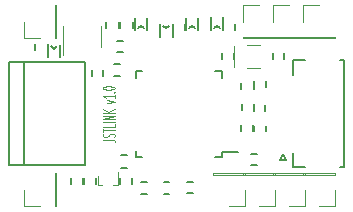
<source format=gto>
G04 #@! TF.FileFunction,Legend,Top*
%FSLAX46Y46*%
G04 Gerber Fmt 4.6, Leading zero omitted, Abs format (unit mm)*
G04 Created by KiCad (PCBNEW 4.0.5) date 04/21/17 20:31:44*
%MOMM*%
%LPD*%
G01*
G04 APERTURE LIST*
%ADD10C,0.100000*%
%ADD11C,0.125000*%
%ADD12C,0.150000*%
%ADD13C,0.120000*%
G04 APERTURE END LIST*
D10*
D11*
X142213081Y-86024765D02*
X142927367Y-86024765D01*
X143070224Y-86048575D01*
X143165462Y-86096194D01*
X143213081Y-86167622D01*
X143213081Y-86215241D01*
X143165462Y-85810480D02*
X143213081Y-85739051D01*
X143213081Y-85620004D01*
X143165462Y-85572385D01*
X143117843Y-85548575D01*
X143022605Y-85524766D01*
X142927367Y-85524766D01*
X142832129Y-85548575D01*
X142784510Y-85572385D01*
X142736890Y-85620004D01*
X142689271Y-85715242D01*
X142641652Y-85762861D01*
X142594033Y-85786670D01*
X142498795Y-85810480D01*
X142403557Y-85810480D01*
X142308319Y-85786670D01*
X142260700Y-85762861D01*
X142213081Y-85715242D01*
X142213081Y-85596194D01*
X142260700Y-85524766D01*
X142213081Y-85381909D02*
X142213081Y-85096195D01*
X143213081Y-85239052D02*
X142213081Y-85239052D01*
X143213081Y-84691433D02*
X143213081Y-84929528D01*
X142213081Y-84929528D01*
X143213081Y-84524766D02*
X142213081Y-84524766D01*
X143213081Y-84286671D02*
X142213081Y-84286671D01*
X143213081Y-84000957D01*
X142213081Y-84000957D01*
X143213081Y-83762861D02*
X142213081Y-83762861D01*
X143213081Y-83477147D02*
X142641652Y-83691433D01*
X142213081Y-83477147D02*
X142784510Y-83762861D01*
X142546414Y-82929528D02*
X143213081Y-82810481D01*
X142546414Y-82691433D01*
X143213081Y-82239053D02*
X143213081Y-82524767D01*
X143213081Y-82381910D02*
X142213081Y-82381910D01*
X142355938Y-82429529D01*
X142451176Y-82477148D01*
X142498795Y-82524767D01*
X143117843Y-82024767D02*
X143165462Y-82000958D01*
X143213081Y-82024767D01*
X143165462Y-82048577D01*
X143117843Y-82024767D01*
X143213081Y-82024767D01*
X142213081Y-81691434D02*
X142213081Y-81643815D01*
X142260700Y-81596196D01*
X142308319Y-81572387D01*
X142403557Y-81548577D01*
X142594033Y-81524768D01*
X142832129Y-81524768D01*
X143022605Y-81548577D01*
X143117843Y-81572387D01*
X143165462Y-81596196D01*
X143213081Y-81643815D01*
X143213081Y-81691434D01*
X143165462Y-81739053D01*
X143117843Y-81762863D01*
X143022605Y-81786672D01*
X142832129Y-81810482D01*
X142594033Y-81810482D01*
X142403557Y-81786672D01*
X142308319Y-81762863D01*
X142260700Y-81739053D01*
X142213081Y-81691434D01*
D12*
X142257800Y-80679100D02*
X142257800Y-80179100D01*
X141307800Y-80179100D02*
X141307800Y-80679100D01*
X143887000Y-77693500D02*
X143387000Y-77693500D01*
X143387000Y-78643500D02*
X143887000Y-78643500D01*
X155224200Y-87269300D02*
X154724200Y-87269300D01*
X154724200Y-88219300D02*
X155224200Y-88219300D01*
X149356000Y-90573880D02*
X149856000Y-90573880D01*
X149856000Y-89623880D02*
X149356000Y-89623880D01*
X154998400Y-83074700D02*
X154998400Y-83574700D01*
X155948400Y-83574700D02*
X155948400Y-83074700D01*
X153271240Y-79218600D02*
X153271240Y-78718600D01*
X152321240Y-78718600D02*
X152321240Y-79218600D01*
X157543520Y-79221140D02*
X157543520Y-78721140D01*
X156593520Y-78721140D02*
X156593520Y-79221140D01*
X149733000Y-76402260D02*
X149483000Y-76602260D01*
X149983000Y-76602260D02*
X149733000Y-76402260D01*
X150258000Y-76752260D02*
X150258000Y-75702260D01*
X149208000Y-76752260D02*
X149208000Y-75702260D01*
X151858980Y-76387020D02*
X151608980Y-76587020D01*
X152108980Y-76587020D02*
X151858980Y-76387020D01*
X152383980Y-76737020D02*
X152383980Y-75687020D01*
X151333980Y-76737020D02*
X151333980Y-75687020D01*
X138074400Y-78346820D02*
X138324400Y-78146820D01*
X137824400Y-78146820D02*
X138074400Y-78346820D01*
X137549400Y-77996820D02*
X137549400Y-79046820D01*
X138599400Y-77996820D02*
X138599400Y-79046820D01*
X147584160Y-76604800D02*
X147834160Y-76404800D01*
X147334160Y-76404800D02*
X147584160Y-76604800D01*
X147059160Y-76254800D02*
X147059160Y-77304800D01*
X148109160Y-76254800D02*
X148109160Y-77304800D01*
X145448020Y-76402260D02*
X145198020Y-76602260D01*
X145698020Y-76602260D02*
X145448020Y-76402260D01*
X145973020Y-76752260D02*
X145973020Y-75702260D01*
X144923020Y-76752260D02*
X144923020Y-75702260D01*
X134284880Y-79474180D02*
X134284880Y-88174180D01*
X140689880Y-79474180D02*
X140689880Y-88174180D01*
X140689880Y-88174180D02*
X134284880Y-88174180D01*
X135514880Y-88174180D02*
X135514880Y-79474180D01*
X134284880Y-79474180D02*
X140689880Y-79474180D01*
D13*
X138150600Y-77450300D02*
X138270600Y-77450300D01*
X138270600Y-77450300D02*
X138270600Y-74670300D01*
X138270600Y-74670300D02*
X138150600Y-74670300D01*
X138150600Y-74670300D02*
X138150600Y-77450300D01*
X136880600Y-77450300D02*
X135490600Y-77450300D01*
X135490600Y-77450300D02*
X135490600Y-76060300D01*
X138150600Y-91674300D02*
X138270600Y-91674300D01*
X138270600Y-91674300D02*
X138270600Y-88894300D01*
X138270600Y-88894300D02*
X138150600Y-88894300D01*
X138150600Y-88894300D02*
X138150600Y-91674300D01*
X136880600Y-91674300D02*
X135490600Y-91674300D01*
X135490600Y-91674300D02*
X135490600Y-90284300D01*
X143478200Y-89893900D02*
X143097200Y-89893900D01*
X141776400Y-89893900D02*
X141776400Y-89157300D01*
X142157400Y-89893900D02*
X141776400Y-89893900D01*
X143478200Y-88801700D02*
X143478200Y-89893900D01*
X142157400Y-89893900D02*
X141776400Y-89893900D01*
X142157400Y-89893900D02*
X141776400Y-89893900D01*
X142157400Y-89893900D02*
X141776400Y-89893900D01*
D12*
X151329880Y-76742100D02*
X151329880Y-76242100D01*
X150279880Y-76242100D02*
X150279880Y-76742100D01*
X153433000Y-76724320D02*
X153433000Y-76224320D01*
X152383000Y-76224320D02*
X152383000Y-76724320D01*
X137532600Y-78469300D02*
X137532600Y-77969300D01*
X136482600Y-77969300D02*
X136482600Y-78469300D01*
X154995100Y-83556920D02*
X154995100Y-83056920D01*
X153945100Y-83056920D02*
X153945100Y-83556920D01*
X153927320Y-81245900D02*
X153927320Y-81745900D01*
X154977320Y-81745900D02*
X154977320Y-81245900D01*
X156016180Y-81542700D02*
X156016180Y-81042700D01*
X154966180Y-81042700D02*
X154966180Y-81542700D01*
X148120880Y-76254800D02*
X148120880Y-76754800D01*
X149170880Y-76754800D02*
X149170880Y-76254800D01*
X154981420Y-84845080D02*
X154981420Y-85345080D01*
X156031420Y-85345080D02*
X156031420Y-84845080D01*
X153909540Y-84837460D02*
X153909540Y-85337460D01*
X154959540Y-85337460D02*
X154959540Y-84837460D01*
X145977120Y-76252260D02*
X145977120Y-76752260D01*
X147027120Y-76752260D02*
X147027120Y-76252260D01*
X147846860Y-89589120D02*
X147346860Y-89589120D01*
X147346860Y-90639120D02*
X147846860Y-90639120D01*
X144224400Y-87371700D02*
X143724400Y-87371700D01*
X143724400Y-88421700D02*
X144224400Y-88421700D01*
X143140620Y-80679780D02*
X143640620Y-80679780D01*
X143640620Y-79629780D02*
X143140620Y-79629780D01*
X141622000Y-89823100D02*
X141622000Y-89323100D01*
X140572000Y-89323100D02*
X140572000Y-89823100D01*
X145454560Y-90634040D02*
X145954560Y-90634040D01*
X145954560Y-89584040D02*
X145454560Y-89584040D01*
X140529800Y-89823100D02*
X140529800Y-89323100D01*
X139479800Y-89323100D02*
X139479800Y-89823100D01*
X143645400Y-89272300D02*
X143645400Y-89772300D01*
X144695400Y-89772300D02*
X144695400Y-89272300D01*
X143696200Y-76115100D02*
X143696200Y-76615100D01*
X144746200Y-76615100D02*
X144746200Y-76115100D01*
X142502400Y-76115100D02*
X142502400Y-76615100D01*
X143552400Y-76615100D02*
X143552400Y-76115100D01*
D13*
X142087240Y-78189660D02*
X142087240Y-76389660D01*
X138867240Y-76389660D02*
X138867240Y-78839660D01*
D12*
X152261740Y-87510980D02*
X152261740Y-87060980D01*
X145011740Y-87510980D02*
X145011740Y-86985980D01*
X145011740Y-80260980D02*
X145011740Y-80785980D01*
X152261740Y-80260980D02*
X152261740Y-80785980D01*
X152261740Y-87510980D02*
X151736740Y-87510980D01*
X152261740Y-80260980D02*
X151736740Y-80260980D01*
X145011740Y-80260980D02*
X145536740Y-80260980D01*
X145011740Y-87510980D02*
X145536740Y-87510980D01*
X152261740Y-87060980D02*
X153636740Y-87060980D01*
D13*
X154390000Y-78049080D02*
X155490000Y-78049080D01*
X154390000Y-79949080D02*
X155490000Y-79949080D01*
X153340000Y-78099080D02*
X153340000Y-79899080D01*
D12*
X162290820Y-88335240D02*
X162590820Y-88335240D01*
X162590820Y-88335240D02*
X162590820Y-79335240D01*
X162590820Y-79335240D02*
X162290820Y-79335240D01*
X159290820Y-88335240D02*
X158290820Y-88335240D01*
X158290820Y-88335240D02*
X158290820Y-87135240D01*
X159290820Y-79335240D02*
X158290820Y-79335240D01*
X158290820Y-79335240D02*
X158290820Y-80535240D01*
X157490820Y-87235240D02*
X157240820Y-87735240D01*
X157240820Y-87735240D02*
X157740820Y-87735240D01*
X157740820Y-87735240D02*
X157490820Y-87235240D01*
D13*
X161892600Y-89014300D02*
X161892600Y-88894300D01*
X161892600Y-88894300D02*
X159112600Y-88894300D01*
X159112600Y-88894300D02*
X159112600Y-89014300D01*
X159112600Y-89014300D02*
X161892600Y-89014300D01*
X161892600Y-90284300D02*
X161892600Y-91674300D01*
X161892600Y-91674300D02*
X160502600Y-91674300D01*
X159112600Y-77330300D02*
X159112600Y-77450300D01*
X159112600Y-77450300D02*
X161892600Y-77450300D01*
X161892600Y-77450300D02*
X161892600Y-77330300D01*
X161892600Y-77330300D02*
X159112600Y-77330300D01*
X159112600Y-76060300D02*
X159112600Y-74670300D01*
X159112600Y-74670300D02*
X160502600Y-74670300D01*
X156572600Y-77330300D02*
X156572600Y-77450300D01*
X156572600Y-77450300D02*
X159352600Y-77450300D01*
X159352600Y-77450300D02*
X159352600Y-77330300D01*
X159352600Y-77330300D02*
X156572600Y-77330300D01*
X156572600Y-76060300D02*
X156572600Y-74670300D01*
X156572600Y-74670300D02*
X157962600Y-74670300D01*
X159352600Y-89014300D02*
X159352600Y-88894300D01*
X159352600Y-88894300D02*
X156572600Y-88894300D01*
X156572600Y-88894300D02*
X156572600Y-89014300D01*
X156572600Y-89014300D02*
X159352600Y-89014300D01*
X159352600Y-90284300D02*
X159352600Y-91674300D01*
X159352600Y-91674300D02*
X157962600Y-91674300D01*
X154272600Y-89014300D02*
X154272600Y-88894300D01*
X154272600Y-88894300D02*
X151492600Y-88894300D01*
X151492600Y-88894300D02*
X151492600Y-89014300D01*
X151492600Y-89014300D02*
X154272600Y-89014300D01*
X154272600Y-90284300D02*
X154272600Y-91674300D01*
X154272600Y-91674300D02*
X152882600Y-91674300D01*
X156812600Y-89014300D02*
X156812600Y-88894300D01*
X156812600Y-88894300D02*
X154032600Y-88894300D01*
X154032600Y-88894300D02*
X154032600Y-89014300D01*
X154032600Y-89014300D02*
X156812600Y-89014300D01*
X156812600Y-90284300D02*
X156812600Y-91674300D01*
X156812600Y-91674300D02*
X155422600Y-91674300D01*
X154032600Y-77330300D02*
X154032600Y-77450300D01*
X154032600Y-77450300D02*
X156812600Y-77450300D01*
X156812600Y-77450300D02*
X156812600Y-77330300D01*
X156812600Y-77330300D02*
X154032600Y-77330300D01*
X154032600Y-76060300D02*
X154032600Y-74670300D01*
X154032600Y-74670300D02*
X155422600Y-74670300D01*
M02*

</source>
